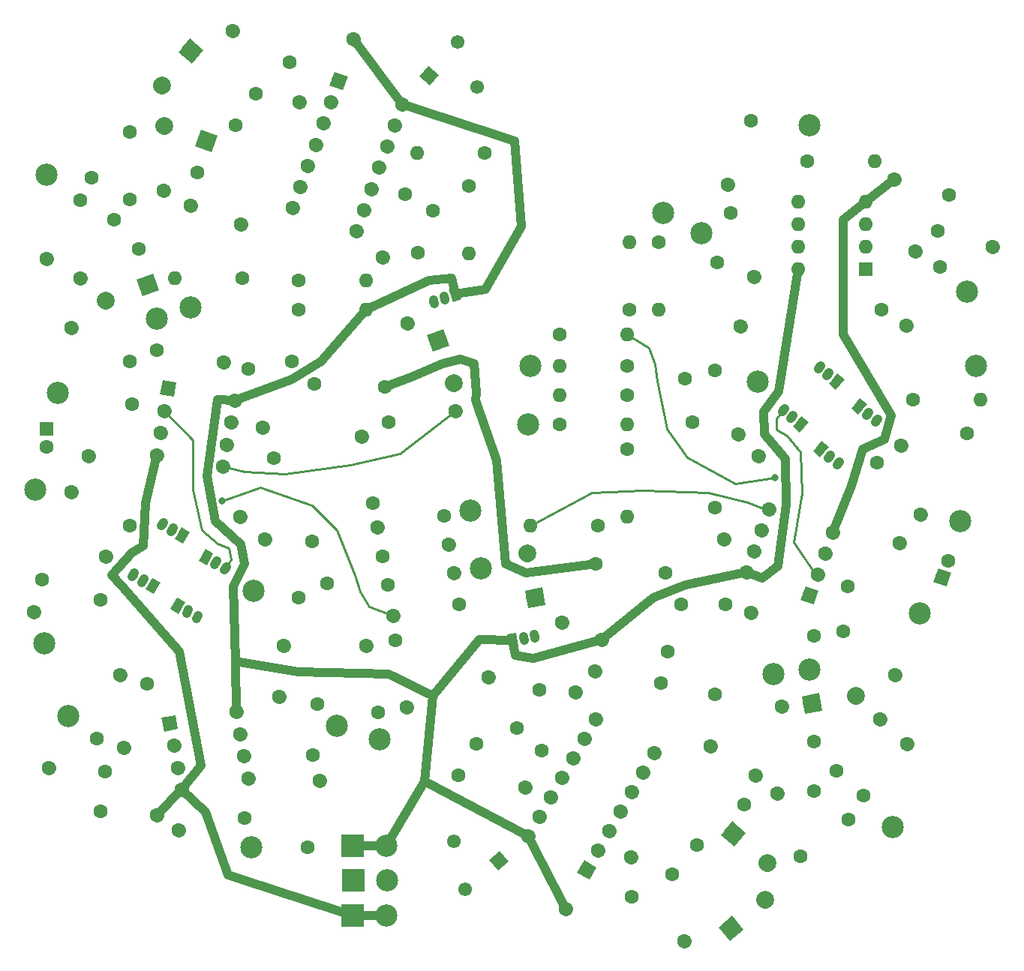
<source format=gbr>
G04 #@! TF.GenerationSoftware,KiCad,Pcbnew,(5.1.2-1)-1*
G04 #@! TF.CreationDate,2021-04-04T19:34:17-04:00*
G04 #@! TF.ProjectId,Dual Universal Slope Generator - CGS,4475616c-2055-46e6-9976-657273616c20,rev?*
G04 #@! TF.SameCoordinates,Original*
G04 #@! TF.FileFunction,Copper,L1,Top*
G04 #@! TF.FilePolarity,Positive*
%FSLAX46Y46*%
G04 Gerber Fmt 4.6, Leading zero omitted, Abs format (unit mm)*
G04 Created by KiCad (PCBNEW (5.1.2-1)-1) date 2021-04-04 19:34:17*
%MOMM*%
%LPD*%
G04 APERTURE LIST*
%ADD10C,2.499360*%
%ADD11R,2.499360X2.499360*%
%ADD12C,1.600000*%
%ADD13R,1.600000X1.600000*%
%ADD14C,1.600000*%
%ADD15C,0.100000*%
%ADD16C,2.000000*%
%ADD17C,2.000000*%
%ADD18C,1.050000*%
%ADD19C,1.050000*%
%ADD20O,1.600000X1.600000*%
%ADD21C,1.550000*%
%ADD22C,0.800000*%
%ADD23C,0.250000*%
%ADD24C,0.500000*%
%ADD25C,1.000000*%
G04 APERTURE END LIST*
D10*
X55626000Y-114376200D03*
D11*
X51816000Y-114376200D03*
D10*
X55651400Y-110439200D03*
D11*
X51841400Y-110439200D03*
D10*
X55600600Y-106527600D03*
D11*
X51790600Y-106527600D03*
D12*
X17272000Y-61436000D03*
D13*
X17272000Y-59436000D03*
D12*
X20070886Y-66548000D03*
D14*
X20070886Y-66548000D02*
X20070886Y-66548000D01*
D12*
X26670000Y-70358000D03*
X26670000Y-33528000D03*
X22339873Y-31028000D03*
X40033961Y-52684241D03*
X44958000Y-51816000D03*
X59123730Y-39518989D03*
X60833831Y-34820526D03*
X48954101Y-76834463D03*
X47244000Y-72136000D03*
X107716222Y-103543938D03*
X103886000Y-100330000D03*
X88900000Y-79248000D03*
X93900000Y-79248000D03*
X70358000Y-93218000D03*
X72858000Y-88887873D03*
X90170000Y-58674000D03*
X89301759Y-53749961D03*
X118364000Y-76200000D03*
D15*
G36*
X118842138Y-77225370D02*
G01*
X117338630Y-76678138D01*
X117885862Y-75174630D01*
X119389370Y-75721862D01*
X118842138Y-77225370D01*
X118842138Y-77225370D01*
G37*
D12*
X119048040Y-74320615D03*
D16*
X33528000Y-16764000D03*
D15*
G36*
X33404743Y-15355168D02*
G01*
X34936832Y-16640743D01*
X33651257Y-18172832D01*
X32119168Y-16887257D01*
X33404743Y-15355168D01*
X33404743Y-15355168D01*
G37*
D16*
X30262639Y-20655506D03*
D17*
X30262639Y-20655506D02*
X30262639Y-20655506D01*
D16*
X30532361Y-25186538D03*
D17*
X30532361Y-25186538D02*
X30532361Y-25186538D01*
D16*
X35306000Y-26924000D03*
D15*
G36*
X36587713Y-26326328D02*
G01*
X35903672Y-28205713D01*
X34024287Y-27521672D01*
X34708328Y-25642287D01*
X36587713Y-26326328D01*
X36587713Y-26326328D01*
G37*
D16*
X61446079Y-49462373D03*
D15*
G36*
X60164366Y-48864701D02*
G01*
X62043751Y-48180660D01*
X62727792Y-50060045D01*
X60848407Y-50744086D01*
X60164366Y-48864701D01*
X60164366Y-48864701D01*
G37*
D16*
X63183541Y-54236012D03*
D17*
X63183541Y-54236012D02*
X63183541Y-54236012D01*
D16*
X28702000Y-43180000D03*
D15*
G36*
X29299672Y-41898287D02*
G01*
X29983713Y-43777672D01*
X28104328Y-44461713D01*
X27420287Y-42582328D01*
X29299672Y-41898287D01*
X29299672Y-41898287D01*
G37*
D16*
X23928361Y-44917462D03*
D17*
X23928361Y-44917462D02*
X23928361Y-44917462D01*
D16*
X98633506Y-108421361D03*
D17*
X98633506Y-108421361D02*
X98633506Y-108421361D01*
D16*
X94742000Y-105156000D03*
D15*
G36*
X93333168Y-105279257D02*
G01*
X94618743Y-103747168D01*
X96150832Y-105032743D01*
X94865257Y-106564832D01*
X93333168Y-105279257D01*
X93333168Y-105279257D01*
G37*
D16*
X94488000Y-115824000D03*
D15*
G36*
X94364743Y-117232832D02*
G01*
X93079168Y-115700743D01*
X94611257Y-114415168D01*
X95896832Y-115947257D01*
X94364743Y-117232832D01*
X94364743Y-117232832D01*
G37*
D16*
X98379506Y-112558639D03*
D17*
X98379506Y-112558639D02*
X98379506Y-112558639D01*
D16*
X71507867Y-73483177D03*
D17*
X71507867Y-73483177D02*
X71507867Y-73483177D01*
D16*
X72390000Y-78486000D03*
D15*
G36*
X73548456Y-79297160D02*
G01*
X71578840Y-79644456D01*
X71231544Y-77674840D01*
X73201160Y-77327544D01*
X73548456Y-79297160D01*
X73548456Y-79297160D01*
G37*
D16*
X108634823Y-89541867D03*
D17*
X108634823Y-89541867D02*
X108634823Y-89541867D01*
D16*
X103632000Y-90424000D03*
D15*
G36*
X102820840Y-91582456D02*
G01*
X102473544Y-89612840D01*
X104443160Y-89265544D01*
X104790456Y-91235160D01*
X102820840Y-91582456D01*
X102820840Y-91582456D01*
G37*
D10*
X50038000Y-92964000D03*
X17272000Y-30734000D03*
X29718000Y-46990000D03*
X17031350Y-83619400D03*
X18542000Y-55372000D03*
X16002000Y-66294000D03*
X33528000Y-45720000D03*
X19678133Y-91870823D03*
X91186000Y-37338000D03*
X112776000Y-104394000D03*
X103378000Y-86614000D03*
X122174000Y-52324000D03*
X115824000Y-80264000D03*
X120396000Y-69850000D03*
X99314000Y-87122000D03*
X121158000Y-43942000D03*
X40386000Y-106680000D03*
X40640000Y-77724000D03*
X54864000Y-94488000D03*
X65092431Y-68679136D03*
X66239204Y-75182807D03*
X103378000Y-25146000D03*
X97536000Y-54102000D03*
X86868000Y-35052000D03*
X71628000Y-58928000D03*
X71882000Y-52324000D03*
D18*
X32554493Y-71464526D03*
D15*
G36*
X33384156Y-71077507D02*
G01*
X32634156Y-72376545D01*
X31724830Y-71851545D01*
X32474830Y-70552507D01*
X33384156Y-71077507D01*
X33384156Y-71077507D01*
G37*
D18*
X30354788Y-70194526D03*
D19*
X30242288Y-70389382D02*
X30467288Y-69999670D01*
D18*
X31454641Y-70829526D03*
D19*
X31342141Y-71024382D02*
X31567141Y-70634670D01*
D18*
X28152641Y-76548759D03*
D19*
X28040141Y-76743615D02*
X28265141Y-76353903D01*
D18*
X27052788Y-75913759D03*
D19*
X26940288Y-76108615D02*
X27165288Y-75718903D01*
D18*
X29252493Y-77183759D03*
D15*
G36*
X30082156Y-76796740D02*
G01*
X29332156Y-78095778D01*
X28422830Y-77570778D01*
X29172830Y-76271740D01*
X30082156Y-76796740D01*
X30082156Y-76796740D01*
G37*
D18*
X62166196Y-44658884D03*
D19*
X62243151Y-44870315D02*
X62089241Y-44447453D01*
D18*
X60972787Y-45093249D03*
D19*
X61049742Y-45304680D02*
X60895832Y-44881818D01*
D18*
X63359606Y-44224518D03*
D15*
G36*
X63596430Y-43340188D02*
G01*
X64109460Y-44749727D01*
X63122782Y-45108848D01*
X62609752Y-43699309D01*
X63596430Y-43340188D01*
X63596430Y-43340188D01*
G37*
D18*
X35253079Y-73902439D03*
D15*
G36*
X34423416Y-74289458D02*
G01*
X35173416Y-72990420D01*
X36082742Y-73515420D01*
X35332742Y-74814458D01*
X34423416Y-74289458D01*
X34423416Y-74289458D01*
G37*
D18*
X37452784Y-75172439D03*
D19*
X37565284Y-74977583D02*
X37340284Y-75367295D01*
D18*
X36352931Y-74537439D03*
D19*
X36465431Y-74342583D02*
X36240431Y-74732295D01*
D18*
X33177931Y-80036700D03*
D19*
X33290431Y-79841844D02*
X33065431Y-80231556D01*
D18*
X34277784Y-80671700D03*
D19*
X34390284Y-80476844D02*
X34165284Y-80866556D01*
D18*
X32078079Y-79401700D03*
D15*
G36*
X31248416Y-79788719D02*
G01*
X31998416Y-78489681D01*
X32907742Y-79014681D01*
X32157742Y-80313719D01*
X31248416Y-79788719D01*
X31248416Y-79788719D01*
G37*
D18*
X105620876Y-62538340D03*
D19*
X105765503Y-62365980D02*
X105476249Y-62710700D01*
D18*
X106593753Y-63354681D03*
D19*
X106738380Y-63182321D02*
X106449126Y-63527041D01*
D18*
X104648000Y-61722000D03*
D15*
G36*
X103763736Y-61959070D02*
G01*
X104727917Y-60810003D01*
X105532264Y-61484930D01*
X104568083Y-62633997D01*
X103763736Y-61959070D01*
X103763736Y-61959070D01*
G37*
D18*
X108966000Y-56896000D03*
D15*
G36*
X108081736Y-57133070D02*
G01*
X109045917Y-55984003D01*
X109850264Y-56658930D01*
X108886083Y-57807997D01*
X108081736Y-57133070D01*
X108081736Y-57133070D01*
G37*
D18*
X110911753Y-58528681D03*
D19*
X111056380Y-58356321D02*
X110767126Y-58701041D01*
D18*
X109938876Y-57712340D03*
D19*
X110083503Y-57539980D02*
X109794249Y-57884700D01*
D18*
X69850000Y-83312000D03*
D15*
G36*
X69463212Y-84141771D02*
G01*
X69202740Y-82664559D01*
X70236788Y-82482229D01*
X70497260Y-83959441D01*
X69463212Y-84141771D01*
X69463212Y-84141771D01*
G37*
D18*
X72351412Y-82870934D03*
D19*
X72312341Y-82649352D02*
X72390483Y-83092516D01*
D18*
X71100706Y-83091467D03*
D19*
X71061635Y-82869885D02*
X71139777Y-83313049D01*
D18*
X101389124Y-58111660D03*
D19*
X101244497Y-58284020D02*
X101533751Y-57939300D01*
D18*
X100416247Y-57295319D03*
D19*
X100271620Y-57467679D02*
X100560874Y-57122959D01*
D18*
X102362000Y-58928000D03*
D15*
G36*
X103246264Y-58690930D02*
G01*
X102282083Y-59839997D01*
X101477736Y-59165070D01*
X102441917Y-58016003D01*
X103246264Y-58690930D01*
X103246264Y-58690930D01*
G37*
D18*
X106426000Y-54102000D03*
D15*
G36*
X107310264Y-53864930D02*
G01*
X106346083Y-55013997D01*
X105541736Y-54339070D01*
X106505917Y-53190003D01*
X107310264Y-53864930D01*
X107310264Y-53864930D01*
G37*
D18*
X104480247Y-52469319D03*
D19*
X104335620Y-52641679D02*
X104624874Y-52296959D01*
D18*
X105453124Y-53285660D03*
D19*
X105308497Y-53458020D02*
X105597751Y-53113300D01*
D12*
X26670000Y-51816000D03*
X20070886Y-48006000D03*
D14*
X20070886Y-48006000D02*
X20070886Y-48006000D01*
D12*
X21041752Y-33568245D03*
X17231752Y-40167359D03*
D14*
X17231752Y-40167359D02*
X17231752Y-40167359D01*
D12*
X37222235Y-51869199D03*
D14*
X37222235Y-51869199D02*
X37222235Y-51869199D01*
D12*
X29718000Y-50546000D03*
X48059199Y-99175765D03*
D14*
X48059199Y-99175765D02*
X48059199Y-99175765D01*
D12*
X46736000Y-106680000D03*
X47811154Y-90521070D03*
X44001154Y-83921956D03*
D14*
X44001154Y-83921956D02*
X44001154Y-83921956D01*
D12*
X39624000Y-103378000D03*
X32119765Y-104701199D03*
D14*
X32119765Y-104701199D02*
X32119765Y-104701199D01*
D12*
X45720000Y-78486000D03*
X41910000Y-71886886D03*
D14*
X41910000Y-71886886D02*
X41910000Y-71886886D01*
D12*
X21082000Y-42413114D03*
D14*
X21082000Y-42413114D02*
X21082000Y-42413114D01*
D12*
X24892000Y-35814000D03*
X47280653Y-96288815D03*
X43470653Y-89689701D03*
D14*
X43470653Y-89689701D02*
X43470653Y-89689701D01*
D12*
X26670000Y-25908000D03*
X30480000Y-32507114D03*
D14*
X30480000Y-32507114D02*
X30480000Y-32507114D01*
D12*
X47498000Y-54356000D03*
X41660741Y-59254042D03*
D14*
X41660741Y-59254042D02*
X41660741Y-59254042D01*
D12*
X42926000Y-62738000D03*
X39116000Y-69337114D03*
D14*
X39116000Y-69337114D02*
X39116000Y-69337114D01*
D12*
X55159888Y-73783450D03*
X62664123Y-72460251D03*
D14*
X62664123Y-72460251D02*
X62664123Y-72460251D01*
D12*
X63237510Y-75712087D03*
D14*
X63237510Y-75712087D02*
X63237510Y-75712087D01*
D12*
X55733275Y-77035286D03*
X54657163Y-91410543D03*
X53333964Y-83906308D03*
D14*
X53333964Y-83906308D02*
X53333964Y-83906308D01*
D12*
X57908998Y-90837157D03*
D14*
X57908998Y-90837157D02*
X57908998Y-90837157D01*
D12*
X56585799Y-83332922D03*
X54586502Y-70531615D03*
D14*
X54586502Y-70531615D02*
X54586502Y-70531615D01*
D12*
X62090737Y-69208416D03*
X63855003Y-79214063D03*
X56350768Y-80537262D03*
D14*
X56350768Y-80537262D02*
X56350768Y-80537262D01*
D12*
X63357773Y-57378677D03*
D14*
X63357773Y-57378677D02*
X63357773Y-57378677D01*
D12*
X55853538Y-58701876D03*
X52778130Y-60275827D03*
D14*
X52778130Y-60275827D02*
X52778130Y-60275827D01*
D12*
X54101329Y-67780062D03*
D20*
X53340000Y-42672000D03*
D12*
X45720000Y-42672000D03*
X45720000Y-45974000D03*
D20*
X53340000Y-45974000D03*
X64889429Y-39595931D03*
D12*
X64889429Y-31975931D03*
X55397973Y-54655511D03*
X58004166Y-47495053D03*
D14*
X58004166Y-47495053D02*
X58004166Y-47495053D01*
D12*
X57752905Y-32888257D03*
X55146712Y-40048715D03*
D14*
X55146712Y-40048715D02*
X55146712Y-40048715D01*
D12*
X23353995Y-78764257D03*
X15849760Y-80087456D03*
D14*
X15849760Y-80087456D02*
X15849760Y-80087456D01*
D12*
X23940251Y-73828916D03*
D14*
X23940251Y-73828916D02*
X23940251Y-73828916D01*
D12*
X16779793Y-76435109D03*
D20*
X59096636Y-28312055D03*
D12*
X66716636Y-28312055D03*
X38287807Y-14429542D03*
D14*
X38287807Y-14429542D02*
X38287807Y-14429542D01*
D12*
X40894000Y-21590000D03*
X22025958Y-62479259D03*
D14*
X22025958Y-62479259D02*
X22025958Y-62479259D01*
D12*
X26924000Y-56642000D03*
X44704000Y-18034000D03*
X51864458Y-15427807D03*
D14*
X51864458Y-15427807D02*
X51864458Y-15427807D01*
D12*
X23870706Y-98095355D03*
X29707965Y-102993397D03*
D14*
X29707965Y-102993397D02*
X29707965Y-102993397D01*
D12*
X17532554Y-97670246D03*
D14*
X17532554Y-97670246D02*
X17532554Y-97670246D01*
D12*
X23369813Y-102568288D03*
X38608000Y-25146000D03*
X45768458Y-22539807D03*
D14*
X45768458Y-22539807D02*
X45768458Y-22539807D01*
D12*
X39188042Y-36317259D03*
D14*
X39188042Y-36317259D02*
X39188042Y-36317259D01*
D12*
X34290000Y-30480000D03*
X25974310Y-95398206D03*
D14*
X25974310Y-95398206D02*
X25974310Y-95398206D01*
D12*
X28580503Y-88237748D03*
X27686000Y-39116000D03*
X33523259Y-34217958D03*
D14*
X33523259Y-34217958D02*
X33523259Y-34217958D01*
D20*
X31750000Y-42418000D03*
D12*
X39370000Y-42418000D03*
X22958965Y-94387344D03*
X25565158Y-87226886D03*
D14*
X25565158Y-87226886D02*
X25565158Y-87226886D01*
D12*
X113025259Y-87194042D03*
D14*
X113025259Y-87194042D02*
X113025259Y-87194042D01*
D12*
X107188000Y-82296000D03*
X114372042Y-95000741D03*
D14*
X114372042Y-95000741D02*
X114372042Y-95000741D01*
D12*
X109474000Y-100838000D03*
X103886000Y-82804000D03*
X96725542Y-80197807D03*
D14*
X96725542Y-80197807D02*
X96725542Y-80197807D01*
D12*
X94167807Y-31798458D03*
D14*
X94167807Y-31798458D02*
X94167807Y-31798458D01*
D12*
X96774000Y-24638000D03*
X92964000Y-40640000D03*
X95570193Y-47800458D03*
D14*
X95570193Y-47800458D02*
X95570193Y-47800458D01*
D12*
X103124000Y-29210000D03*
D20*
X110744000Y-29210000D03*
D12*
X95316193Y-59992458D03*
D14*
X95316193Y-59992458D02*
X95316193Y-59992458D01*
D12*
X92710000Y-52832000D03*
X106426000Y-98044000D03*
X111324042Y-92206741D03*
D14*
X111324042Y-92206741D02*
X111324042Y-92206741D01*
D12*
X94488000Y-35052000D03*
X97094193Y-42212458D03*
D14*
X97094193Y-42212458D02*
X97094193Y-42212458D01*
D12*
X99755807Y-100535542D03*
D14*
X99755807Y-100535542D02*
X99755807Y-100535542D01*
D12*
X102362000Y-107696000D03*
X93721114Y-71882000D03*
D14*
X93721114Y-71882000D02*
X93721114Y-71882000D01*
D12*
X87122000Y-75692000D03*
X97608042Y-62488741D03*
D14*
X97608042Y-62488741D02*
X97608042Y-62488741D01*
D12*
X92710000Y-68326000D03*
D20*
X75184000Y-55626000D03*
D12*
X82804000Y-55626000D03*
X82804000Y-52324000D03*
D20*
X75184000Y-52324000D03*
D12*
X86360000Y-38354000D03*
D20*
X86360000Y-45974000D03*
X83058000Y-38354000D03*
D12*
X83058000Y-45974000D03*
X75184000Y-58928000D03*
D20*
X82804000Y-58928000D03*
X82804000Y-48768000D03*
D12*
X75184000Y-48768000D03*
X79502000Y-70358000D03*
D20*
X71882000Y-70358000D03*
D12*
X82804000Y-61722000D03*
D20*
X82804000Y-69342000D03*
D12*
X86614000Y-88138000D03*
X79109765Y-86814801D03*
D14*
X79109765Y-86814801D02*
X79109765Y-86814801D01*
D12*
X79871765Y-83258801D03*
D14*
X79871765Y-83258801D02*
X79871765Y-83258801D01*
D12*
X87376000Y-84582000D03*
X65786000Y-94996000D03*
X67109199Y-87491765D03*
D14*
X67109199Y-87491765D02*
X67109199Y-87491765D01*
D12*
X75438000Y-81275114D03*
D14*
X75438000Y-81275114D02*
X75438000Y-81275114D01*
D12*
X79248000Y-74676000D03*
X73152000Y-95758000D03*
X76962000Y-89158886D03*
D14*
X76962000Y-89158886D02*
X76962000Y-89158886D01*
D20*
X122682000Y-56134000D03*
D12*
X115062000Y-56134000D03*
X121158000Y-59944000D03*
X113653765Y-61267199D03*
D14*
X113653765Y-61267199D02*
X113653765Y-61267199D01*
D12*
X71258235Y-99875199D03*
D14*
X71258235Y-99875199D02*
X71258235Y-99875199D01*
D12*
X63754000Y-98552000D03*
X89207199Y-117232235D03*
D14*
X89207199Y-117232235D02*
X89207199Y-117232235D01*
D12*
X87884000Y-109728000D03*
X113533259Y-72317958D03*
D14*
X113533259Y-72317958D02*
X113533259Y-72317958D01*
D12*
X107696000Y-77216000D03*
X75807765Y-113591199D03*
D14*
X75807765Y-113591199D02*
X75807765Y-113591199D01*
D12*
X83312000Y-112268000D03*
X110998000Y-63246000D03*
X115896042Y-69083259D03*
D14*
X115896042Y-69083259D02*
X115896042Y-69083259D01*
D12*
X112957958Y-31246741D03*
D14*
X112957958Y-31246741D02*
X112957958Y-31246741D01*
D12*
X117856000Y-37084000D03*
X124024042Y-38857259D03*
D14*
X124024042Y-38857259D02*
X124024042Y-38857259D01*
D12*
X119126000Y-33020000D03*
X90678000Y-106426000D03*
X83173765Y-107749199D03*
D14*
X83173765Y-107749199D02*
X83173765Y-107749199D01*
D12*
X96012000Y-101854000D03*
X92202000Y-95254886D03*
D14*
X92202000Y-95254886D02*
X92202000Y-95254886D01*
D12*
X111506000Y-45974000D03*
X115316000Y-39374886D03*
D14*
X115316000Y-39374886D02*
X115316000Y-39374886D01*
D12*
X97286886Y-98552000D03*
D14*
X97286886Y-98552000D02*
X97286886Y-98552000D01*
D12*
X103886000Y-94742000D03*
X92710000Y-89408000D03*
X100214235Y-90731199D03*
D14*
X100214235Y-90731199D02*
X100214235Y-90731199D01*
D12*
X114300000Y-47747114D03*
D14*
X114300000Y-47747114D02*
X114300000Y-47747114D01*
D12*
X118110000Y-41148000D03*
D21*
X63665938Y-15727778D03*
X60452000Y-19558000D03*
D15*
G36*
X60547524Y-20649845D02*
G01*
X59360155Y-19653524D01*
X60356476Y-18466155D01*
X61543845Y-19462476D01*
X60547524Y-20649845D01*
X60547524Y-20649845D01*
G37*
D21*
X65889191Y-20856827D03*
X63196951Y-105980747D03*
X68326000Y-108204000D03*
D15*
G36*
X68421524Y-107112155D02*
G01*
X69417845Y-108299524D01*
X68230476Y-109295845D01*
X67234155Y-108108476D01*
X68421524Y-107112155D01*
X68421524Y-107112155D01*
G37*
D21*
X64495778Y-111417938D03*
D12*
X30988000Y-54864000D03*
D15*
G36*
X30061235Y-55512928D02*
G01*
X30339072Y-53937235D01*
X31914765Y-54215072D01*
X31636928Y-55790765D01*
X30061235Y-55512928D01*
X30061235Y-55512928D01*
G37*
D12*
X37169036Y-63691434D03*
D14*
X37169036Y-63691434D02*
X37169036Y-63691434D01*
D12*
X30546934Y-57365412D03*
D14*
X30546934Y-57365412D02*
X30546934Y-57365412D01*
D12*
X37610102Y-61190022D03*
D14*
X37610102Y-61190022D02*
X37610102Y-61190022D01*
D12*
X30105867Y-59866823D03*
D14*
X30105867Y-59866823D02*
X30105867Y-59866823D01*
D12*
X38051169Y-58688611D03*
D14*
X38051169Y-58688611D02*
X38051169Y-58688611D01*
D12*
X29664801Y-62368235D03*
D14*
X29664801Y-62368235D02*
X29664801Y-62368235D01*
D12*
X38492235Y-56187199D03*
D14*
X38492235Y-56187199D02*
X38492235Y-56187199D01*
D12*
X31169517Y-92681684D03*
D15*
G36*
X30520589Y-93608449D02*
G01*
X30242752Y-92032756D01*
X31818445Y-91754919D01*
X32096282Y-93330612D01*
X30520589Y-93608449D01*
X30520589Y-93608449D01*
G37*
D12*
X39996951Y-98862720D03*
D14*
X39996951Y-98862720D02*
X39996951Y-98862720D01*
D12*
X31610583Y-95183096D03*
D14*
X31610583Y-95183096D02*
X31610583Y-95183096D01*
D12*
X39555885Y-96361308D03*
D14*
X39555885Y-96361308D02*
X39555885Y-96361308D01*
D12*
X32051650Y-97684507D03*
D14*
X32051650Y-97684507D02*
X32051650Y-97684507D01*
D12*
X39114818Y-93859897D03*
D14*
X39114818Y-93859897D02*
X39114818Y-93859897D01*
D12*
X32492716Y-100185919D03*
D14*
X32492716Y-100185919D02*
X32492716Y-100185919D01*
D12*
X38673752Y-91358485D03*
D14*
X38673752Y-91358485D02*
X38673752Y-91358485D01*
D12*
X50226524Y-20147735D03*
D15*
G36*
X49201154Y-20625873D02*
G01*
X49748386Y-19122365D01*
X51251894Y-19669597D01*
X50704662Y-21173105D01*
X49201154Y-20625873D01*
X49201154Y-20625873D01*
G37*
D12*
X52174595Y-37074844D03*
D14*
X52174595Y-37074844D02*
X52174595Y-37074844D01*
D12*
X49357793Y-22534554D03*
D14*
X49357793Y-22534554D02*
X49357793Y-22534554D01*
D12*
X53043326Y-34688025D03*
D14*
X53043326Y-34688025D02*
X53043326Y-34688025D01*
D12*
X48489062Y-24921374D03*
D14*
X48489062Y-24921374D02*
X48489062Y-24921374D01*
D12*
X53912057Y-32301206D03*
D14*
X53912057Y-32301206D02*
X53912057Y-32301206D01*
D12*
X47620331Y-27308193D03*
D14*
X47620331Y-27308193D02*
X47620331Y-27308193D01*
D12*
X54780788Y-29914386D03*
D14*
X54780788Y-29914386D02*
X54780788Y-29914386D01*
D12*
X46751599Y-29695012D03*
D14*
X46751599Y-29695012D02*
X46751599Y-29695012D01*
D12*
X55649519Y-27527567D03*
D14*
X55649519Y-27527567D02*
X55649519Y-27527567D01*
D12*
X45882868Y-32081831D03*
D14*
X45882868Y-32081831D02*
X45882868Y-32081831D01*
D12*
X56518251Y-25140748D03*
D14*
X56518251Y-25140748D02*
X56518251Y-25140748D01*
D12*
X45014137Y-34468651D03*
D14*
X45014137Y-34468651D02*
X45014137Y-34468651D01*
D12*
X57386982Y-22753928D03*
D14*
X57386982Y-22753928D02*
X57386982Y-22753928D01*
D12*
X96217542Y-75625807D03*
D14*
X96217542Y-75625807D02*
X96217542Y-75625807D01*
D12*
X105984193Y-71071542D03*
D14*
X105984193Y-71071542D02*
X105984193Y-71071542D01*
D12*
X97086273Y-73238987D03*
D14*
X97086273Y-73238987D02*
X97086273Y-73238987D01*
D12*
X105115462Y-73458361D03*
D14*
X105115462Y-73458361D02*
X105115462Y-73458361D01*
D12*
X97955005Y-70852168D03*
D14*
X97955005Y-70852168D02*
X97955005Y-70852168D01*
D12*
X104246731Y-75845181D03*
D14*
X104246731Y-75845181D02*
X104246731Y-75845181D01*
D12*
X98823736Y-68465349D03*
D14*
X98823736Y-68465349D02*
X98823736Y-68465349D01*
D12*
X103378000Y-78232000D03*
D15*
G36*
X104403370Y-77753862D02*
G01*
X103856138Y-79257370D01*
X102352630Y-78710138D01*
X102899862Y-77206630D01*
X104403370Y-77753862D01*
X104403370Y-77753862D01*
G37*
D20*
X102108000Y-41402000D03*
X109728000Y-33782000D03*
X102108000Y-38862000D03*
X109728000Y-36322000D03*
X102108000Y-36322000D03*
X109728000Y-38862000D03*
X102108000Y-33782000D03*
D13*
X109728000Y-41402000D03*
D12*
X71632886Y-105410000D03*
D14*
X71632886Y-105410000D02*
X71632886Y-105410000D01*
D12*
X85852000Y-96021773D03*
D14*
X85852000Y-96021773D02*
X85852000Y-96021773D01*
D12*
X72902886Y-103210295D03*
D14*
X72902886Y-103210295D02*
X72902886Y-103210295D01*
D12*
X84582000Y-98221477D03*
D14*
X84582000Y-98221477D02*
X84582000Y-98221477D01*
D12*
X74172886Y-101010591D03*
D14*
X74172886Y-101010591D02*
X74172886Y-101010591D01*
D12*
X83312000Y-100421182D03*
D14*
X83312000Y-100421182D02*
X83312000Y-100421182D01*
D12*
X75442886Y-98810886D03*
D14*
X75442886Y-98810886D02*
X75442886Y-98810886D01*
D12*
X82042000Y-102620886D03*
D14*
X82042000Y-102620886D02*
X82042000Y-102620886D01*
D12*
X76712886Y-96611182D03*
D14*
X76712886Y-96611182D02*
X76712886Y-96611182D01*
D12*
X80772000Y-104820591D03*
D14*
X80772000Y-104820591D02*
X80772000Y-104820591D01*
D12*
X77982886Y-94411477D03*
D14*
X77982886Y-94411477D02*
X77982886Y-94411477D01*
D12*
X79502000Y-107020295D03*
D14*
X79502000Y-107020295D02*
X79502000Y-107020295D01*
D12*
X79252886Y-92211773D03*
D14*
X79252886Y-92211773D02*
X79252886Y-92211773D01*
D12*
X78232000Y-109220000D03*
D15*
G36*
X79324820Y-108927180D02*
G01*
X78524820Y-110312820D01*
X77139180Y-109512820D01*
X77939180Y-108127180D01*
X79324820Y-108927180D01*
X79324820Y-108927180D01*
G37*
D22*
X37084000Y-67564000D03*
X99492997Y-64896422D03*
D23*
X30546934Y-57365412D02*
X33782000Y-60706000D01*
X33782000Y-60706000D02*
X33782000Y-66294000D01*
X33782000Y-66294000D02*
X34798000Y-70866000D01*
X34798000Y-70866000D02*
X36576000Y-72390000D01*
X36576000Y-72390000D02*
X37846000Y-72898000D01*
X37846000Y-72898000D02*
X38100000Y-74168000D01*
X38100000Y-74168000D02*
X37452784Y-75172439D01*
X99668814Y-59511137D02*
X99639203Y-58216323D01*
X102524299Y-66720515D02*
X102317652Y-62041547D01*
X104159782Y-76075219D02*
X101553953Y-72223619D01*
X99639203Y-58216323D02*
X100451004Y-57339534D01*
X100831304Y-60231953D02*
X99668814Y-59511137D01*
X102317652Y-62041547D02*
X100831304Y-60231953D01*
X101553953Y-72223619D02*
X102524299Y-66720515D01*
X63357773Y-57378677D02*
X57150000Y-62230000D01*
X57150000Y-62230000D02*
X51562000Y-63500000D01*
X51562000Y-63500000D02*
X44196000Y-64516000D01*
X44196000Y-64516000D02*
X39624000Y-64262000D01*
X39624000Y-64262000D02*
X37169036Y-63691434D01*
X91959764Y-66663129D02*
X96418197Y-67707190D01*
X84529242Y-66384601D02*
X91959764Y-66663129D01*
X71849718Y-70364612D02*
X78805606Y-66664963D01*
X96418197Y-67707190D02*
X98736789Y-68695388D01*
X78805606Y-66664963D02*
X84529242Y-66384601D01*
X37084000Y-67564000D02*
X41402000Y-66040000D01*
X41402000Y-66040000D02*
X47244000Y-68072000D01*
X47244000Y-68072000D02*
X50038000Y-70866000D01*
X50038000Y-70866000D02*
X52070000Y-75946000D01*
X52070000Y-75946000D02*
X52634445Y-77780445D01*
X53632275Y-79463725D02*
X52634445Y-77780445D01*
X53632275Y-79463725D02*
X56350768Y-80537262D01*
D24*
X96130594Y-75855845D02*
X89356862Y-77036739D01*
X66080454Y-83249217D02*
X69563718Y-83318612D01*
X98008482Y-76240989D02*
X96130594Y-75855845D01*
X70156427Y-84999593D02*
X69563718Y-83318612D01*
X45720000Y-86868000D02*
X38547895Y-85791895D01*
X38547895Y-85791895D02*
X38354000Y-77216000D01*
X38673752Y-91358485D02*
X38547895Y-85791895D01*
D25*
X96217542Y-75625807D02*
X89356862Y-77036739D01*
X89356862Y-77036739D02*
X85752174Y-78464486D01*
X85752174Y-78464486D02*
X79871765Y-83258801D01*
X79871765Y-83258801D02*
X72157558Y-85352446D01*
X70156427Y-84999593D02*
X72157558Y-85352446D01*
X69850000Y-83312000D02*
X70156427Y-84999593D01*
X69850000Y-83312000D02*
X66080454Y-83249217D01*
X66080454Y-83249217D02*
X60843210Y-89547462D01*
X60843210Y-89547462D02*
X59917581Y-99185145D01*
X59917581Y-99185145D02*
X71632886Y-105410000D01*
X75807765Y-113591199D02*
X71632886Y-105410000D01*
X96217542Y-75625807D02*
X98008482Y-76240989D01*
X98008482Y-76240989D02*
X99822000Y-74930000D01*
X99822000Y-74930000D02*
X100711118Y-67944882D01*
D24*
X100711118Y-67944882D02*
X100714704Y-68206861D01*
D25*
X100640376Y-62777471D02*
X100711118Y-67944882D01*
X98285787Y-60041027D02*
X100640376Y-62777471D01*
X98226572Y-57451404D02*
X98285787Y-60041027D01*
X98226572Y-57451404D02*
X99918339Y-55170524D01*
X99918339Y-55170524D02*
X102108000Y-41402000D01*
X63359606Y-44224518D02*
X66802000Y-43688000D01*
X66802000Y-43688000D02*
X70866000Y-36576000D01*
X70866000Y-36576000D02*
X70104000Y-26924000D01*
X70104000Y-26924000D02*
X57386982Y-22753928D01*
X57386982Y-22753928D02*
X51864458Y-15427807D01*
X63359606Y-44224518D02*
X62992000Y-42418000D01*
X62992000Y-42418000D02*
X60452000Y-42672000D01*
X60452000Y-42672000D02*
X53340000Y-45974000D01*
X53340000Y-45974000D02*
X48260000Y-51816000D01*
X48260000Y-51816000D02*
X44958000Y-53848000D01*
X44958000Y-53848000D02*
X38492235Y-56187199D01*
X38492235Y-56187199D02*
X36576000Y-56134000D01*
X36576000Y-56134000D02*
X35346640Y-64729360D01*
X35346640Y-64729360D02*
X36322000Y-69850000D01*
X36322000Y-69850000D02*
X39179500Y-72453500D01*
X39179500Y-72453500D02*
X39624000Y-74676000D01*
X39624000Y-74676000D02*
X38354000Y-77216000D01*
X38544938Y-85661062D02*
X45720000Y-86868000D01*
X38354000Y-77216000D02*
X38544938Y-85661062D01*
X38544938Y-85661062D02*
X38673752Y-91358485D01*
X45720000Y-86868000D02*
X55880000Y-87122000D01*
X55880000Y-87122000D02*
X60843210Y-89547462D01*
X51790600Y-106527600D02*
X55600600Y-106527600D01*
X55600600Y-106527600D02*
X59917581Y-99185145D01*
D23*
X89575563Y-62631874D02*
X87309180Y-59395148D01*
X99492997Y-64896422D02*
X94975956Y-65647454D01*
X87309180Y-59395148D02*
X86190189Y-54039473D01*
X94975956Y-65647454D02*
X89575563Y-62631874D01*
X85262492Y-50303903D02*
X82771717Y-48774616D01*
X86190189Y-54039473D02*
X85952863Y-52134883D01*
X85262492Y-50303903D02*
X85952863Y-52134883D01*
D24*
X112909222Y-31286112D02*
X109679264Y-33567371D01*
X108123951Y-65866049D02*
X108041902Y-66145905D01*
D25*
X105984193Y-71071542D02*
X108123951Y-65866049D01*
X108123951Y-65866049D02*
X109336104Y-61731578D01*
X111852012Y-60627690D02*
X109336104Y-61731578D01*
X111852012Y-60627690D02*
X112587329Y-57920244D01*
X112587329Y-57920244D02*
X107195908Y-48760092D01*
X107195908Y-48760092D02*
X107167737Y-35793737D01*
D24*
X109679264Y-33567371D02*
X107167737Y-35793737D01*
D25*
X107167737Y-35793737D02*
X109728000Y-33782000D01*
X112957958Y-31246741D02*
X109728000Y-33782000D01*
X79248000Y-74676000D02*
X71374000Y-75692000D01*
X71374000Y-75692000D02*
X69088000Y-74676000D01*
X69088000Y-74676000D02*
X68072000Y-62992000D01*
X68072000Y-62992000D02*
X65716728Y-56203272D01*
X65716728Y-56203272D02*
X65786000Y-55372000D01*
X65532000Y-52070000D02*
X65786000Y-55372000D01*
X65532000Y-52070000D02*
X64008000Y-51562000D01*
X64008000Y-51562000D02*
X61976000Y-52070000D01*
X61976000Y-52070000D02*
X58420000Y-53594000D01*
X58420000Y-53594000D02*
X55397973Y-54655511D01*
X29664801Y-62368235D02*
X28448000Y-67818000D01*
X28448000Y-67818000D02*
X28194000Y-72644000D01*
X25754724Y-77115276D02*
X32258000Y-84582000D01*
X25754724Y-77115276D02*
X24638000Y-75946000D01*
X24638000Y-75946000D02*
X26927135Y-73409135D01*
X28194000Y-72644000D02*
X26927135Y-73409135D01*
X32258000Y-84582000D02*
X34685595Y-97423595D01*
X34685595Y-97423595D02*
X32492716Y-100185919D01*
X32492716Y-100185919D02*
X29707965Y-102993397D01*
X55626000Y-114376200D02*
X51816000Y-114376200D01*
X51816000Y-114376200D02*
X37769800Y-109778800D01*
X37769800Y-109778800D02*
X35229800Y-102666800D01*
X35229800Y-102666800D02*
X32492716Y-100185919D01*
M02*

</source>
